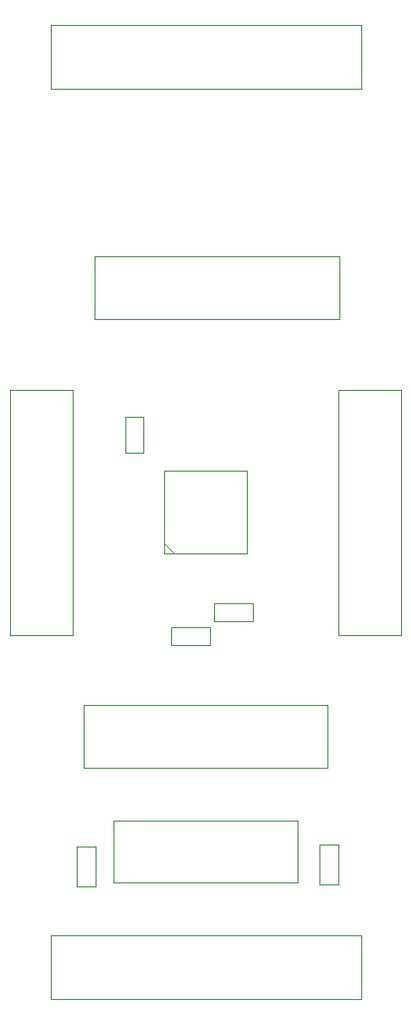
<source format=gbr>
%TF.GenerationSoftware,Altium Limited,Altium Designer,23.4.1 (23)*%
G04 Layer_Color=32768*
%FSLAX45Y45*%
%MOMM*%
%TF.SameCoordinates,37F79050-5382-499E-8BED-BD4E09E40BF1*%
%TF.FilePolarity,Positive*%
%TF.FileFunction,Other,Mechanical_15*%
%TF.Part,Single*%
G01*
G75*
%TA.AperFunction,NonConductor*%
%ADD43C,0.10000*%
%ADD44C,0.05080*%
%ADD45C,0.05000*%
D43*
X1300000Y4230000D02*
X1380000Y4150000D01*
X1300000D02*
X2000000D01*
Y4850000D01*
X1300000D02*
X2000000D01*
X1300000Y4150000D02*
Y4850000D01*
D44*
X1356700Y3366575D02*
Y3523175D01*
Y3366575D02*
X1691300D01*
Y3523175D01*
X1356700D02*
X1691300D01*
X1721825Y3572950D02*
X2056425D01*
X1721825D02*
Y3729550D01*
X2056425D01*
Y3572950D02*
Y3729550D01*
X556700Y1324950D02*
Y1659550D01*
X713300D01*
Y1324950D02*
Y1659550D01*
X556700Y1324950D02*
X713300D01*
X2620450Y1340825D02*
Y1675425D01*
X2777050D01*
Y1340825D02*
Y1675425D01*
X2620450Y1340825D02*
X2777050D01*
D45*
X330500Y8092350D02*
X2971500D01*
X330500D02*
Y8637650D01*
X2971500D01*
Y8092350D02*
Y8637650D01*
X330500Y362350D02*
X2971500D01*
X330500D02*
Y907650D01*
X2971500D01*
Y362350D02*
Y907650D01*
X1123750Y5008375D02*
Y5310375D01*
X971750D02*
X1123750D01*
X971750Y5008375D02*
Y5310375D01*
Y5008375D02*
X1123750D01*
X2779500Y3459000D02*
X3312500D01*
X2779500D02*
Y5541000D01*
X3312500D01*
Y3459000D02*
Y5541000D01*
X-12500D02*
X520500D01*
Y3459000D02*
Y5541000D01*
X-12500Y3459000D02*
X520500D01*
X-12500D02*
Y5541000D01*
X609000Y2328500D02*
Y2861500D01*
X2691000D01*
Y2328500D02*
Y2861500D01*
X609000Y2328500D02*
X2691000D01*
X2787250Y6138500D02*
Y6671500D01*
X705250Y6138500D02*
X2787250D01*
X705250D02*
Y6671500D01*
X2787250D01*
X870000Y1879250D02*
X2430000D01*
Y1359250D02*
Y1879250D01*
X870000Y1359250D02*
X2430000D01*
X870000D02*
Y1879250D01*
%TF.MD5,be916e8d526726787ff9811fb9eeeae7*%
M02*

</source>
